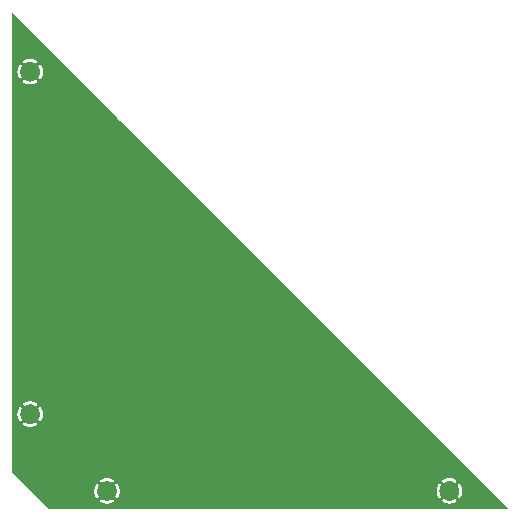
<source format=gtl>
G04 start of page 2 for group 0 idx 0 *
G04 Title: 31.005.00.01.01, top *
G04 Creator: pcb 4.2.2 *
G04 CreationDate: Sun Jan  3 11:16:11 2021 UTC *
G04 For: bert *
G04 Format: Gerber/RS-274X *
G04 PCB-Dimensions (mil): 2047.24 2047.24 *
G04 PCB-Coordinate-Origin: lower left *
%MOIN*%
%FSLAX25Y25*%
%LNGTL*%
%ADD13C,0.0400*%
%ADD12C,0.0650*%
%ADD11C,0.0001*%
G54D11*G36*
X168855Y35869D02*X185039Y19685D01*
X168855D01*
Y23295D01*
X168886Y23312D01*
X168948Y23360D01*
X169002Y23418D01*
X169045Y23483D01*
X169232Y23839D01*
X169379Y24211D01*
X169491Y24597D01*
X169567Y24991D01*
X169604Y25390D01*
Y25791D01*
X169567Y26190D01*
X169491Y26584D01*
X169379Y26970D01*
X169232Y27343D01*
X169049Y27700D01*
X169005Y27766D01*
X168951Y27823D01*
X168888Y27872D01*
X168855Y27890D01*
Y35869D01*
G37*
G36*
X165356Y39368D02*X168855Y35869D01*
Y27890D01*
X168819Y27910D01*
X168744Y27937D01*
X168666Y27952D01*
X168587Y27954D01*
X168508Y27944D01*
X168432Y27922D01*
X168361Y27888D01*
X168295Y27844D01*
X168237Y27790D01*
X168189Y27727D01*
X168151Y27657D01*
X168124Y27583D01*
X168109Y27505D01*
X168106Y27426D01*
X168116Y27347D01*
X168139Y27271D01*
X168174Y27200D01*
X168316Y26929D01*
X168429Y26644D01*
X168514Y26350D01*
X168572Y26049D01*
X168601Y25744D01*
Y25437D01*
X168572Y25132D01*
X168514Y24831D01*
X168429Y24537D01*
X168316Y24252D01*
X168177Y23979D01*
X168142Y23909D01*
X168120Y23833D01*
X168110Y23755D01*
X168112Y23677D01*
X168127Y23599D01*
X168154Y23525D01*
X168192Y23456D01*
X168240Y23394D01*
X168297Y23340D01*
X168362Y23296D01*
X168434Y23262D01*
X168509Y23240D01*
X168587Y23230D01*
X168666Y23233D01*
X168743Y23248D01*
X168817Y23274D01*
X168855Y23295D01*
Y19685D01*
X165356D01*
Y21341D01*
X165555D01*
X165954Y21378D01*
X166348Y21454D01*
X166733Y21566D01*
X167106Y21713D01*
X167464Y21896D01*
X167529Y21940D01*
X167587Y21994D01*
X167636Y22057D01*
X167674Y22126D01*
X167701Y22201D01*
X167716Y22279D01*
X167718Y22358D01*
X167708Y22436D01*
X167686Y22513D01*
X167652Y22584D01*
X167608Y22650D01*
X167553Y22708D01*
X167491Y22756D01*
X167421Y22794D01*
X167347Y22821D01*
X167269Y22836D01*
X167190Y22838D01*
X167111Y22829D01*
X167035Y22806D01*
X166964Y22771D01*
X166693Y22629D01*
X166408Y22516D01*
X166114Y22430D01*
X165813Y22373D01*
X165508Y22344D01*
X165356D01*
Y28837D01*
X165508D01*
X165813Y28808D01*
X166114Y28751D01*
X166408Y28665D01*
X166693Y28552D01*
X166966Y28413D01*
X167036Y28378D01*
X167112Y28356D01*
X167190Y28346D01*
X167268Y28349D01*
X167346Y28363D01*
X167420Y28390D01*
X167489Y28428D01*
X167551Y28476D01*
X167605Y28534D01*
X167649Y28599D01*
X167683Y28670D01*
X167705Y28745D01*
X167714Y28823D01*
X167712Y28902D01*
X167697Y28979D01*
X167671Y29053D01*
X167633Y29122D01*
X167585Y29185D01*
X167527Y29239D01*
X167461Y29281D01*
X167106Y29468D01*
X166733Y29616D01*
X166348Y29728D01*
X165954Y29803D01*
X165555Y29841D01*
X165356D01*
Y39368D01*
G37*
G36*
X161853Y42871D02*X165356Y39368D01*
Y29841D01*
X165154D01*
X164754Y29803D01*
X164360Y29728D01*
X163975Y29616D01*
X163602Y29468D01*
X163245Y29286D01*
X163179Y29241D01*
X163121Y29187D01*
X163073Y29124D01*
X163035Y29055D01*
X163008Y28980D01*
X162993Y28902D01*
X162991Y28823D01*
X163001Y28745D01*
X163023Y28668D01*
X163056Y28597D01*
X163101Y28531D01*
X163155Y28473D01*
X163218Y28425D01*
X163287Y28387D01*
X163362Y28360D01*
X163440Y28345D01*
X163519Y28343D01*
X163598Y28353D01*
X163674Y28375D01*
X163745Y28410D01*
X164016Y28552D01*
X164301Y28665D01*
X164595Y28751D01*
X164896Y28808D01*
X165201Y28837D01*
X165356D01*
Y22344D01*
X165201D01*
X164896Y22373D01*
X164595Y22430D01*
X164301Y22516D01*
X164016Y22629D01*
X163743Y22768D01*
X163673Y22803D01*
X163597Y22825D01*
X163519Y22835D01*
X163440Y22832D01*
X163363Y22818D01*
X163289Y22791D01*
X163220Y22753D01*
X163158Y22705D01*
X163104Y22648D01*
X163060Y22583D01*
X163026Y22511D01*
X163004Y22436D01*
X162994Y22358D01*
X162997Y22279D01*
X163011Y22202D01*
X163038Y22128D01*
X163076Y22059D01*
X163124Y21996D01*
X163181Y21943D01*
X163247Y21900D01*
X163602Y21713D01*
X163975Y21566D01*
X164360Y21454D01*
X164754Y21378D01*
X165154Y21341D01*
X165356D01*
Y19685D01*
X161853D01*
Y23291D01*
X161890Y23271D01*
X161965Y23244D01*
X162042Y23229D01*
X162122Y23227D01*
X162200Y23237D01*
X162276Y23259D01*
X162348Y23293D01*
X162414Y23337D01*
X162471Y23392D01*
X162520Y23454D01*
X162558Y23524D01*
X162585Y23598D01*
X162600Y23676D01*
X162602Y23755D01*
X162592Y23834D01*
X162570Y23910D01*
X162535Y23981D01*
X162393Y24252D01*
X162280Y24537D01*
X162194Y24831D01*
X162137Y25132D01*
X162108Y25437D01*
Y25744D01*
X162137Y26049D01*
X162194Y26350D01*
X162280Y26644D01*
X162393Y26929D01*
X162532Y27202D01*
X162567Y27272D01*
X162589Y27348D01*
X162599Y27426D01*
X162596Y27505D01*
X162581Y27582D01*
X162555Y27656D01*
X162517Y27725D01*
X162469Y27787D01*
X162411Y27841D01*
X162346Y27885D01*
X162275Y27919D01*
X162200Y27941D01*
X162121Y27951D01*
X162043Y27948D01*
X161965Y27934D01*
X161891Y27907D01*
X161853Y27886D01*
Y42871D01*
G37*
G36*
X54682Y150042D02*X161853Y42871D01*
Y27886D01*
X161822Y27869D01*
X161760Y27821D01*
X161706Y27763D01*
X161663Y27698D01*
X161477Y27343D01*
X161329Y26970D01*
X161217Y26584D01*
X161142Y26190D01*
X161104Y25791D01*
Y25390D01*
X161142Y24991D01*
X161217Y24597D01*
X161329Y24211D01*
X161477Y23839D01*
X161659Y23481D01*
X161704Y23415D01*
X161758Y23358D01*
X161820Y23309D01*
X161853Y23291D01*
Y19685D01*
X54682D01*
Y23295D01*
X54713Y23312D01*
X54775Y23360D01*
X54829Y23418D01*
X54872Y23483D01*
X55058Y23839D01*
X55206Y24211D01*
X55318Y24597D01*
X55393Y24991D01*
X55431Y25390D01*
Y25791D01*
X55393Y26190D01*
X55318Y26584D01*
X55206Y26970D01*
X55058Y27343D01*
X54876Y27700D01*
X54832Y27766D01*
X54778Y27823D01*
X54715Y27872D01*
X54682Y27890D01*
Y150042D01*
G37*
G36*
X51183Y153541D02*X54682Y150042D01*
Y27890D01*
X54645Y27910D01*
X54571Y27937D01*
X54493Y27952D01*
X54414Y27954D01*
X54335Y27944D01*
X54259Y27922D01*
X54187Y27888D01*
X54122Y27844D01*
X54064Y27790D01*
X54015Y27727D01*
X53977Y27657D01*
X53950Y27583D01*
X53936Y27505D01*
X53933Y27426D01*
X53943Y27347D01*
X53965Y27271D01*
X54000Y27200D01*
X54143Y26929D01*
X54256Y26644D01*
X54341Y26350D01*
X54399Y26049D01*
X54427Y25744D01*
Y25437D01*
X54399Y25132D01*
X54341Y24831D01*
X54256Y24537D01*
X54143Y24252D01*
X54004Y23979D01*
X53969Y23909D01*
X53947Y23833D01*
X53937Y23755D01*
X53939Y23677D01*
X53954Y23599D01*
X53981Y23525D01*
X54018Y23456D01*
X54067Y23394D01*
X54124Y23340D01*
X54189Y23296D01*
X54260Y23262D01*
X54336Y23240D01*
X54414Y23230D01*
X54493Y23233D01*
X54570Y23248D01*
X54644Y23274D01*
X54682Y23295D01*
Y19685D01*
X51183D01*
Y21341D01*
X51382D01*
X51781Y21378D01*
X52175Y21454D01*
X52560Y21566D01*
X52933Y21713D01*
X53291Y21896D01*
X53356Y21940D01*
X53414Y21994D01*
X53463Y22057D01*
X53501Y22126D01*
X53528Y22201D01*
X53542Y22279D01*
X53545Y22358D01*
X53535Y22436D01*
X53513Y22513D01*
X53479Y22584D01*
X53434Y22650D01*
X53380Y22708D01*
X53317Y22756D01*
X53248Y22794D01*
X53173Y22821D01*
X53096Y22836D01*
X53016Y22838D01*
X52938Y22829D01*
X52862Y22806D01*
X52791Y22771D01*
X52519Y22629D01*
X52235Y22516D01*
X51940Y22430D01*
X51639Y22373D01*
X51334Y22344D01*
X51183D01*
Y28837D01*
X51334D01*
X51639Y28808D01*
X51940Y28751D01*
X52235Y28665D01*
X52519Y28552D01*
X52792Y28413D01*
X52863Y28378D01*
X52938Y28356D01*
X53016Y28346D01*
X53095Y28349D01*
X53172Y28363D01*
X53246Y28390D01*
X53315Y28428D01*
X53378Y28476D01*
X53432Y28534D01*
X53476Y28599D01*
X53509Y28670D01*
X53531Y28745D01*
X53541Y28823D01*
X53539Y28902D01*
X53524Y28979D01*
X53497Y29053D01*
X53460Y29122D01*
X53411Y29185D01*
X53354Y29239D01*
X53288Y29281D01*
X52933Y29468D01*
X52560Y29616D01*
X52175Y29728D01*
X51781Y29803D01*
X51382Y29841D01*
X51183D01*
Y153541D01*
G37*
G36*
X47680Y157044D02*X51183Y153541D01*
Y29841D01*
X50981D01*
X50581Y29803D01*
X50187Y29728D01*
X49802Y29616D01*
X49429Y29468D01*
X49072Y29286D01*
X49006Y29241D01*
X48948Y29187D01*
X48900Y29124D01*
X48861Y29055D01*
X48835Y28980D01*
X48820Y28902D01*
X48817Y28823D01*
X48827Y28745D01*
X48849Y28668D01*
X48883Y28597D01*
X48928Y28531D01*
X48982Y28473D01*
X49045Y28425D01*
X49114Y28387D01*
X49189Y28360D01*
X49267Y28345D01*
X49346Y28343D01*
X49425Y28353D01*
X49501Y28375D01*
X49572Y28410D01*
X49843Y28552D01*
X50128Y28665D01*
X50422Y28751D01*
X50723Y28808D01*
X51028Y28837D01*
X51183D01*
Y22344D01*
X51028D01*
X50723Y22373D01*
X50422Y22430D01*
X50128Y22516D01*
X49843Y22629D01*
X49570Y22768D01*
X49499Y22803D01*
X49424Y22825D01*
X49346Y22835D01*
X49267Y22832D01*
X49190Y22818D01*
X49116Y22791D01*
X49047Y22753D01*
X48985Y22705D01*
X48931Y22648D01*
X48886Y22583D01*
X48853Y22511D01*
X48831Y22436D01*
X48821Y22358D01*
X48823Y22279D01*
X48838Y22202D01*
X48865Y22128D01*
X48903Y22059D01*
X48951Y21996D01*
X49008Y21943D01*
X49074Y21900D01*
X49429Y21713D01*
X49802Y21566D01*
X50187Y21454D01*
X50581Y21378D01*
X50981Y21341D01*
X51183D01*
Y19685D01*
X47680D01*
Y23291D01*
X47717Y23271D01*
X47791Y23244D01*
X47869Y23229D01*
X47948Y23227D01*
X48027Y23237D01*
X48103Y23259D01*
X48175Y23293D01*
X48240Y23337D01*
X48298Y23392D01*
X48347Y23454D01*
X48385Y23524D01*
X48412Y23598D01*
X48427Y23676D01*
X48429Y23755D01*
X48419Y23834D01*
X48397Y23910D01*
X48362Y23981D01*
X48219Y24252D01*
X48107Y24537D01*
X48021Y24831D01*
X47964Y25132D01*
X47935Y25437D01*
Y25744D01*
X47964Y26049D01*
X48021Y26350D01*
X48107Y26644D01*
X48219Y26929D01*
X48359Y27202D01*
X48394Y27272D01*
X48415Y27348D01*
X48425Y27426D01*
X48423Y27505D01*
X48408Y27582D01*
X48382Y27656D01*
X48344Y27725D01*
X48295Y27787D01*
X48238Y27841D01*
X48173Y27885D01*
X48102Y27919D01*
X48026Y27941D01*
X47948Y27951D01*
X47870Y27948D01*
X47792Y27934D01*
X47718Y27907D01*
X47680Y27886D01*
Y157044D01*
G37*
G36*
X29092Y175633D02*X47680Y157044D01*
Y27886D01*
X47649Y27869D01*
X47587Y27821D01*
X47533Y27763D01*
X47490Y27698D01*
X47304Y27343D01*
X47156Y26970D01*
X47044Y26584D01*
X46969Y26190D01*
X46931Y25791D01*
Y25390D01*
X46969Y24991D01*
X47044Y24597D01*
X47156Y24211D01*
X47304Y23839D01*
X47486Y23481D01*
X47530Y23415D01*
X47585Y23358D01*
X47647Y23309D01*
X47680Y23291D01*
Y19685D01*
X31496D01*
X29092Y22090D01*
Y48886D01*
X29122Y48903D01*
X29185Y48951D01*
X29239Y49008D01*
X29281Y49074D01*
X29468Y49429D01*
X29616Y49802D01*
X29728Y50187D01*
X29803Y50581D01*
X29841Y50981D01*
Y51382D01*
X29803Y51781D01*
X29728Y52175D01*
X29616Y52560D01*
X29468Y52933D01*
X29286Y53291D01*
X29241Y53356D01*
X29187Y53414D01*
X29124Y53463D01*
X29092Y53481D01*
Y163059D01*
X29122Y163076D01*
X29185Y163124D01*
X29239Y163181D01*
X29281Y163247D01*
X29468Y163602D01*
X29616Y163975D01*
X29728Y164360D01*
X29803Y164754D01*
X29841Y165154D01*
Y165555D01*
X29803Y165954D01*
X29728Y166348D01*
X29616Y166733D01*
X29468Y167106D01*
X29286Y167464D01*
X29241Y167530D01*
X29187Y167587D01*
X29124Y167636D01*
X29092Y167654D01*
Y175633D01*
G37*
G36*
X25592Y179132D02*X29092Y175633D01*
Y167654D01*
X29055Y167674D01*
X28980Y167701D01*
X28902Y167716D01*
X28823Y167718D01*
X28745Y167708D01*
X28668Y167686D01*
X28597Y167652D01*
X28531Y167608D01*
X28473Y167553D01*
X28425Y167491D01*
X28387Y167421D01*
X28360Y167347D01*
X28345Y167269D01*
X28343Y167190D01*
X28353Y167111D01*
X28375Y167035D01*
X28410Y166964D01*
X28552Y166693D01*
X28665Y166408D01*
X28751Y166114D01*
X28808Y165813D01*
X28837Y165508D01*
Y165201D01*
X28808Y164896D01*
X28751Y164595D01*
X28665Y164301D01*
X28552Y164016D01*
X28413Y163743D01*
X28378Y163673D01*
X28356Y163597D01*
X28346Y163519D01*
X28349Y163440D01*
X28363Y163363D01*
X28390Y163289D01*
X28428Y163220D01*
X28476Y163158D01*
X28534Y163104D01*
X28599Y163060D01*
X28670Y163026D01*
X28745Y163004D01*
X28823Y162994D01*
X28902Y162997D01*
X28979Y163011D01*
X29053Y163038D01*
X29092Y163059D01*
Y53481D01*
X29055Y53501D01*
X28980Y53528D01*
X28902Y53542D01*
X28823Y53545D01*
X28745Y53535D01*
X28668Y53513D01*
X28597Y53479D01*
X28531Y53434D01*
X28473Y53380D01*
X28425Y53317D01*
X28387Y53248D01*
X28360Y53173D01*
X28345Y53096D01*
X28343Y53016D01*
X28353Y52938D01*
X28375Y52862D01*
X28410Y52791D01*
X28552Y52519D01*
X28665Y52235D01*
X28751Y51940D01*
X28808Y51639D01*
X28837Y51334D01*
Y51028D01*
X28808Y50723D01*
X28751Y50422D01*
X28665Y50128D01*
X28552Y49843D01*
X28413Y49570D01*
X28378Y49499D01*
X28356Y49424D01*
X28346Y49346D01*
X28349Y49267D01*
X28363Y49190D01*
X28390Y49116D01*
X28428Y49047D01*
X28476Y48985D01*
X28534Y48931D01*
X28599Y48886D01*
X28670Y48853D01*
X28745Y48831D01*
X28823Y48821D01*
X28902Y48823D01*
X28979Y48838D01*
X29053Y48865D01*
X29092Y48886D01*
Y22090D01*
X25592Y25589D01*
Y46931D01*
X25791D01*
X26190Y46969D01*
X26584Y47044D01*
X26970Y47156D01*
X27343Y47304D01*
X27700Y47486D01*
X27766Y47530D01*
X27823Y47585D01*
X27872Y47647D01*
X27910Y47717D01*
X27937Y47791D01*
X27952Y47869D01*
X27954Y47948D01*
X27944Y48027D01*
X27922Y48103D01*
X27888Y48175D01*
X27844Y48240D01*
X27790Y48298D01*
X27727Y48347D01*
X27657Y48385D01*
X27583Y48412D01*
X27505Y48427D01*
X27426Y48429D01*
X27347Y48419D01*
X27271Y48397D01*
X27200Y48362D01*
X26929Y48219D01*
X26644Y48107D01*
X26350Y48021D01*
X26049Y47964D01*
X25744Y47935D01*
X25592D01*
Y54427D01*
X25744D01*
X26049Y54399D01*
X26350Y54341D01*
X26644Y54256D01*
X26929Y54143D01*
X27202Y54004D01*
X27272Y53969D01*
X27348Y53947D01*
X27426Y53937D01*
X27505Y53939D01*
X27582Y53954D01*
X27656Y53981D01*
X27725Y54018D01*
X27787Y54067D01*
X27841Y54124D01*
X27885Y54189D01*
X27919Y54260D01*
X27941Y54336D01*
X27951Y54414D01*
X27948Y54493D01*
X27934Y54570D01*
X27907Y54644D01*
X27869Y54713D01*
X27821Y54775D01*
X27763Y54829D01*
X27698Y54872D01*
X27343Y55058D01*
X26970Y55206D01*
X26584Y55318D01*
X26190Y55393D01*
X25791Y55431D01*
X25592D01*
Y161104D01*
X25791D01*
X26190Y161142D01*
X26584Y161217D01*
X26970Y161329D01*
X27343Y161477D01*
X27700Y161659D01*
X27766Y161704D01*
X27823Y161758D01*
X27872Y161820D01*
X27910Y161890D01*
X27937Y161965D01*
X27952Y162042D01*
X27954Y162122D01*
X27944Y162200D01*
X27922Y162276D01*
X27888Y162348D01*
X27844Y162414D01*
X27790Y162471D01*
X27727Y162520D01*
X27657Y162558D01*
X27583Y162585D01*
X27505Y162600D01*
X27426Y162602D01*
X27347Y162592D01*
X27271Y162570D01*
X27200Y162535D01*
X26929Y162393D01*
X26644Y162280D01*
X26350Y162194D01*
X26049Y162137D01*
X25744Y162108D01*
X25592D01*
Y168601D01*
X25744D01*
X26049Y168572D01*
X26350Y168514D01*
X26644Y168429D01*
X26929Y168316D01*
X27202Y168177D01*
X27272Y168142D01*
X27348Y168120D01*
X27426Y168110D01*
X27505Y168112D01*
X27582Y168127D01*
X27656Y168154D01*
X27725Y168192D01*
X27787Y168240D01*
X27841Y168297D01*
X27885Y168362D01*
X27919Y168434D01*
X27941Y168509D01*
X27951Y168587D01*
X27948Y168666D01*
X27934Y168743D01*
X27907Y168817D01*
X27869Y168886D01*
X27821Y168948D01*
X27763Y169002D01*
X27698Y169045D01*
X27343Y169232D01*
X26970Y169379D01*
X26584Y169491D01*
X26190Y169567D01*
X25791Y169604D01*
X25592D01*
Y179132D01*
G37*
G36*
X22090Y182635D02*X25592Y179132D01*
Y169604D01*
X25390D01*
X24991Y169567D01*
X24597Y169491D01*
X24211Y169379D01*
X23838Y169232D01*
X23481Y169049D01*
X23415Y169005D01*
X23358Y168951D01*
X23309Y168888D01*
X23271Y168819D01*
X23244Y168744D01*
X23229Y168666D01*
X23227Y168587D01*
X23237Y168508D01*
X23259Y168432D01*
X23293Y168361D01*
X23337Y168295D01*
X23392Y168237D01*
X23454Y168189D01*
X23524Y168151D01*
X23598Y168124D01*
X23676Y168109D01*
X23755Y168106D01*
X23834Y168116D01*
X23910Y168139D01*
X23981Y168174D01*
X24252Y168316D01*
X24537Y168429D01*
X24831Y168514D01*
X25132Y168572D01*
X25437Y168601D01*
X25592D01*
Y162108D01*
X25437D01*
X25132Y162137D01*
X24831Y162194D01*
X24537Y162280D01*
X24252Y162393D01*
X23979Y162532D01*
X23909Y162567D01*
X23833Y162589D01*
X23755Y162599D01*
X23677Y162596D01*
X23599Y162581D01*
X23525Y162555D01*
X23456Y162517D01*
X23394Y162469D01*
X23340Y162411D01*
X23296Y162346D01*
X23262Y162275D01*
X23240Y162200D01*
X23230Y162121D01*
X23233Y162043D01*
X23248Y161965D01*
X23274Y161891D01*
X23312Y161822D01*
X23360Y161760D01*
X23418Y161706D01*
X23483Y161663D01*
X23838Y161477D01*
X24211Y161329D01*
X24597Y161217D01*
X24991Y161142D01*
X25390Y161104D01*
X25592D01*
Y55431D01*
X25390D01*
X24991Y55393D01*
X24597Y55318D01*
X24211Y55206D01*
X23838Y55058D01*
X23481Y54876D01*
X23415Y54832D01*
X23358Y54778D01*
X23309Y54715D01*
X23271Y54646D01*
X23244Y54571D01*
X23229Y54493D01*
X23227Y54414D01*
X23237Y54335D01*
X23259Y54259D01*
X23293Y54187D01*
X23337Y54122D01*
X23392Y54064D01*
X23454Y54015D01*
X23524Y53977D01*
X23598Y53950D01*
X23676Y53936D01*
X23755Y53933D01*
X23834Y53943D01*
X23910Y53965D01*
X23981Y54000D01*
X24252Y54143D01*
X24537Y54256D01*
X24831Y54341D01*
X25132Y54399D01*
X25437Y54427D01*
X25592D01*
Y47935D01*
X25437D01*
X25132Y47964D01*
X24831Y48021D01*
X24537Y48107D01*
X24252Y48219D01*
X23979Y48359D01*
X23909Y48394D01*
X23833Y48416D01*
X23755Y48425D01*
X23677Y48423D01*
X23599Y48408D01*
X23525Y48382D01*
X23456Y48344D01*
X23394Y48295D01*
X23340Y48238D01*
X23296Y48173D01*
X23262Y48102D01*
X23240Y48026D01*
X23230Y47948D01*
X23233Y47870D01*
X23248Y47792D01*
X23274Y47718D01*
X23312Y47649D01*
X23360Y47587D01*
X23418Y47533D01*
X23483Y47490D01*
X23838Y47304D01*
X24211Y47156D01*
X24597Y47044D01*
X24991Y46969D01*
X25390Y46931D01*
X25592D01*
Y25589D01*
X22090Y29092D01*
Y48882D01*
X22126Y48861D01*
X22201Y48835D01*
X22279Y48820D01*
X22358Y48817D01*
X22436Y48827D01*
X22513Y48849D01*
X22584Y48883D01*
X22650Y48928D01*
X22708Y48982D01*
X22756Y49045D01*
X22794Y49114D01*
X22821Y49189D01*
X22836Y49267D01*
X22838Y49346D01*
X22828Y49425D01*
X22806Y49501D01*
X22771Y49572D01*
X22629Y49843D01*
X22516Y50128D01*
X22430Y50422D01*
X22373Y50723D01*
X22344Y51028D01*
Y51334D01*
X22373Y51639D01*
X22430Y51940D01*
X22516Y52235D01*
X22629Y52519D01*
X22768Y52792D01*
X22803Y52863D01*
X22825Y52938D01*
X22835Y53016D01*
X22832Y53095D01*
X22818Y53172D01*
X22791Y53246D01*
X22753Y53315D01*
X22705Y53378D01*
X22648Y53432D01*
X22583Y53476D01*
X22511Y53509D01*
X22436Y53531D01*
X22358Y53541D01*
X22279Y53539D01*
X22202Y53524D01*
X22128Y53497D01*
X22090Y53477D01*
Y163055D01*
X22126Y163035D01*
X22201Y163008D01*
X22279Y162993D01*
X22358Y162991D01*
X22436Y163001D01*
X22513Y163023D01*
X22584Y163056D01*
X22650Y163101D01*
X22708Y163155D01*
X22756Y163218D01*
X22794Y163287D01*
X22821Y163362D01*
X22836Y163440D01*
X22838Y163519D01*
X22828Y163598D01*
X22806Y163674D01*
X22771Y163745D01*
X22629Y164016D01*
X22516Y164301D01*
X22430Y164595D01*
X22373Y164896D01*
X22344Y165201D01*
Y165508D01*
X22373Y165813D01*
X22430Y166114D01*
X22516Y166408D01*
X22629Y166693D01*
X22768Y166966D01*
X22803Y167036D01*
X22825Y167112D01*
X22835Y167190D01*
X22832Y167268D01*
X22818Y167346D01*
X22791Y167420D01*
X22753Y167489D01*
X22705Y167551D01*
X22648Y167605D01*
X22583Y167649D01*
X22511Y167683D01*
X22436Y167705D01*
X22358Y167714D01*
X22279Y167712D01*
X22202Y167697D01*
X22128Y167671D01*
X22090Y167650D01*
Y182635D01*
G37*
G36*
X19685Y185039D02*X22090Y182635D01*
Y167650D01*
X22059Y167633D01*
X21996Y167585D01*
X21943Y167527D01*
X21900Y167461D01*
X21713Y167106D01*
X21566Y166733D01*
X21454Y166348D01*
X21378Y165954D01*
X21341Y165555D01*
Y165154D01*
X21378Y164754D01*
X21454Y164360D01*
X21566Y163975D01*
X21713Y163602D01*
X21896Y163245D01*
X21940Y163179D01*
X21994Y163121D01*
X22057Y163073D01*
X22090Y163055D01*
Y53477D01*
X22059Y53460D01*
X21996Y53411D01*
X21943Y53354D01*
X21900Y53288D01*
X21713Y52933D01*
X21566Y52560D01*
X21454Y52175D01*
X21378Y51781D01*
X21341Y51382D01*
Y50981D01*
X21378Y50581D01*
X21454Y50187D01*
X21566Y49802D01*
X21713Y49429D01*
X21896Y49072D01*
X21940Y49006D01*
X21994Y48948D01*
X22057Y48900D01*
X22090Y48882D01*
Y29092D01*
X19685Y31496D01*
Y185039D01*
G37*
G54D12*X25591Y165354D03*
Y51181D03*
X51181Y25591D03*
X165354D03*
G54D13*M02*

</source>
